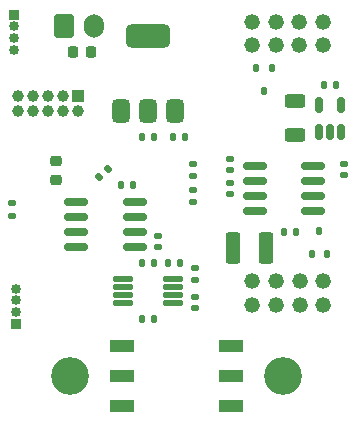
<source format=gbr>
%TF.GenerationSoftware,KiCad,Pcbnew,9.0.2*%
%TF.CreationDate,2025-07-07T17:27:58-04:00*%
%TF.ProjectId,Cain_V1.0,4361696e-5f56-4312-9e30-2e6b69636164,rev?*%
%TF.SameCoordinates,Original*%
%TF.FileFunction,Soldermask,Bot*%
%TF.FilePolarity,Negative*%
%FSLAX46Y46*%
G04 Gerber Fmt 4.6, Leading zero omitted, Abs format (unit mm)*
G04 Created by KiCad (PCBNEW 9.0.2) date 2025-07-07 17:27:58*
%MOMM*%
%LPD*%
G01*
G04 APERTURE LIST*
G04 Aperture macros list*
%AMRoundRect*
0 Rectangle with rounded corners*
0 $1 Rounding radius*
0 $2 $3 $4 $5 $6 $7 $8 $9 X,Y pos of 4 corners*
0 Add a 4 corners polygon primitive as box body*
4,1,4,$2,$3,$4,$5,$6,$7,$8,$9,$2,$3,0*
0 Add four circle primitives for the rounded corners*
1,1,$1+$1,$2,$3*
1,1,$1+$1,$4,$5*
1,1,$1+$1,$6,$7*
1,1,$1+$1,$8,$9*
0 Add four rect primitives between the rounded corners*
20,1,$1+$1,$2,$3,$4,$5,0*
20,1,$1+$1,$4,$5,$6,$7,0*
20,1,$1+$1,$6,$7,$8,$9,0*
20,1,$1+$1,$8,$9,$2,$3,0*%
G04 Aperture macros list end*
%ADD10C,3.200000*%
%ADD11C,1.320800*%
%ADD12R,1.000000X1.000000*%
%ADD13C,1.000000*%
%ADD14R,0.850000X0.850000*%
%ADD15C,0.850000*%
%ADD16RoundRect,0.250000X-0.600000X-0.750000X0.600000X-0.750000X0.600000X0.750000X-0.600000X0.750000X0*%
%ADD17O,1.700000X2.000000*%
%ADD18RoundRect,0.125000X-0.687500X-0.125000X0.687500X-0.125000X0.687500X0.125000X-0.687500X0.125000X0*%
%ADD19RoundRect,0.140000X-0.170000X0.140000X-0.170000X-0.140000X0.170000X-0.140000X0.170000X0.140000X0*%
%ADD20RoundRect,0.135000X-0.135000X-0.185000X0.135000X-0.185000X0.135000X0.185000X-0.135000X0.185000X0*%
%ADD21RoundRect,0.140000X0.170000X-0.140000X0.170000X0.140000X-0.170000X0.140000X-0.170000X-0.140000X0*%
%ADD22RoundRect,0.250000X0.625000X-0.312500X0.625000X0.312500X-0.625000X0.312500X-0.625000X-0.312500X0*%
%ADD23RoundRect,0.140000X0.140000X0.170000X-0.140000X0.170000X-0.140000X-0.170000X0.140000X-0.170000X0*%
%ADD24RoundRect,0.225000X-0.225000X-0.250000X0.225000X-0.250000X0.225000X0.250000X-0.225000X0.250000X0*%
%ADD25RoundRect,0.250000X-0.375000X-1.075000X0.375000X-1.075000X0.375000X1.075000X-0.375000X1.075000X0*%
%ADD26RoundRect,0.135000X0.135000X0.185000X-0.135000X0.185000X-0.135000X-0.185000X0.135000X-0.185000X0*%
%ADD27RoundRect,0.135000X-0.185000X0.135000X-0.185000X-0.135000X0.185000X-0.135000X0.185000X0.135000X0*%
%ADD28RoundRect,0.135000X0.185000X-0.135000X0.185000X0.135000X-0.185000X0.135000X-0.185000X-0.135000X0*%
%ADD29RoundRect,0.135000X0.035355X-0.226274X0.226274X-0.035355X-0.035355X0.226274X-0.226274X0.035355X0*%
%ADD30RoundRect,0.150000X-0.825000X-0.150000X0.825000X-0.150000X0.825000X0.150000X-0.825000X0.150000X0*%
%ADD31RoundRect,0.225000X0.250000X-0.225000X0.250000X0.225000X-0.250000X0.225000X-0.250000X-0.225000X0*%
%ADD32RoundRect,0.140000X-0.140000X-0.170000X0.140000X-0.170000X0.140000X0.170000X-0.140000X0.170000X0*%
%ADD33RoundRect,0.150000X0.150000X-0.512500X0.150000X0.512500X-0.150000X0.512500X-0.150000X-0.512500X0*%
%ADD34R,2.000000X1.000000*%
%ADD35RoundRect,0.112500X0.112500X0.237500X-0.112500X0.237500X-0.112500X-0.237500X0.112500X-0.237500X0*%
%ADD36RoundRect,0.375000X0.375000X-0.625000X0.375000X0.625000X-0.375000X0.625000X-0.375000X-0.625000X0*%
%ADD37RoundRect,0.500000X1.400000X-0.500000X1.400000X0.500000X-1.400000X0.500000X-1.400000X-0.500000X0*%
%ADD38RoundRect,0.112500X-0.112500X-0.237500X0.112500X-0.237500X0.112500X0.237500X-0.112500X0.237500X0*%
G04 APERTURE END LIST*
D10*
%TO.C,H1*%
X144000000Y-114000000D03*
%TD*%
%TO.C,H2*%
X162000000Y-114000000D03*
%TD*%
D11*
%TO.C,J3*%
X159422500Y-105950000D03*
X159422500Y-107950001D03*
X161422499Y-105950000D03*
X161422499Y-107950001D03*
X163422500Y-105950000D03*
X163422500Y-107950001D03*
X165422498Y-105950000D03*
X165422498Y-107950001D03*
%TD*%
D12*
%TO.C,J1*%
X144700000Y-90330000D03*
D13*
X144700000Y-91600000D03*
X143430000Y-90330000D03*
X143430000Y-91600000D03*
X142160000Y-90330000D03*
X142160000Y-91600000D03*
X140890000Y-90330000D03*
X140890000Y-91600000D03*
X139620000Y-90330000D03*
X139620000Y-91600000D03*
%TD*%
D11*
%TO.C,J4*%
X165400000Y-86000000D03*
X165400000Y-83999999D03*
X163400001Y-86000000D03*
X163400001Y-83999999D03*
X161400000Y-86000000D03*
X161400000Y-83999999D03*
X159400002Y-86000000D03*
X159400002Y-83999999D03*
%TD*%
D14*
%TO.C,J5*%
X139400000Y-109600000D03*
D15*
X139400000Y-108600000D03*
X139400000Y-107600000D03*
X139400000Y-106600000D03*
%TD*%
D14*
%TO.C,J6*%
X139200000Y-83400000D03*
D15*
X139200000Y-84400000D03*
X139200000Y-85400000D03*
X139200000Y-86400000D03*
%TD*%
D16*
%TO.C,J2*%
X143500000Y-84385000D03*
D17*
X146000000Y-84385000D03*
%TD*%
D18*
%TO.C,U4*%
X148487500Y-107775000D03*
X148487500Y-107125000D03*
X148487500Y-106475000D03*
X148487500Y-105825000D03*
X152712500Y-105825000D03*
X152712500Y-106475000D03*
X152712500Y-107125000D03*
X152712500Y-107775000D03*
%TD*%
D19*
%TO.C,C18*%
X154600000Y-107320000D03*
X154600000Y-108280000D03*
%TD*%
D20*
%TO.C,R5*%
X150090000Y-93800000D03*
X151110000Y-93800000D03*
%TD*%
D21*
%TO.C,C15*%
X167200000Y-96980000D03*
X167200000Y-96020000D03*
%TD*%
%TO.C,C13*%
X157500000Y-96580000D03*
X157500000Y-95620000D03*
%TD*%
D22*
%TO.C,R15*%
X163000000Y-93600000D03*
X163000000Y-90675000D03*
%TD*%
D23*
%TO.C,C20*%
X153280000Y-104400000D03*
X152320000Y-104400000D03*
%TD*%
D24*
%TO.C,C16*%
X144225000Y-86600000D03*
X145775000Y-86600000D03*
%TD*%
D25*
%TO.C,F1*%
X157800000Y-103200000D03*
X160600000Y-103200000D03*
%TD*%
D26*
%TO.C,R4*%
X153710000Y-93800000D03*
X152690000Y-93800000D03*
%TD*%
D27*
%TO.C,R17*%
X139100000Y-99390000D03*
X139100000Y-100410000D03*
%TD*%
D28*
%TO.C,R8*%
X154600000Y-105910000D03*
X154600000Y-104890000D03*
%TD*%
D29*
%TO.C,R1*%
X146439376Y-97160624D03*
X147160624Y-96439376D03*
%TD*%
D30*
%TO.C,U5*%
X144525000Y-103105000D03*
X144525000Y-101835000D03*
X144525000Y-100565000D03*
X144525000Y-99295000D03*
X149475000Y-99295000D03*
X149475000Y-100565000D03*
X149475000Y-101835000D03*
X149475000Y-103105000D03*
%TD*%
D31*
%TO.C,C1*%
X142800000Y-97375000D03*
X142800000Y-95825000D03*
%TD*%
D32*
%TO.C,C12*%
X148320000Y-97800000D03*
X149280000Y-97800000D03*
%TD*%
D19*
%TO.C,C14*%
X157500000Y-97620000D03*
X157500000Y-98580000D03*
%TD*%
D33*
%TO.C,U6*%
X166950000Y-93337500D03*
X166000000Y-93337500D03*
X165050000Y-93337500D03*
X165050000Y-91062500D03*
X166950000Y-91062500D03*
%TD*%
D34*
%TO.C,U3*%
X157590000Y-111460000D03*
X157590000Y-114000000D03*
X157590000Y-116540000D03*
X148410000Y-116540000D03*
X148410000Y-114000000D03*
X148410000Y-111460000D03*
%TD*%
D27*
%TO.C,R6*%
X154400000Y-96040000D03*
X154400000Y-97060000D03*
%TD*%
D35*
%TO.C,D5*%
X165750000Y-103700000D03*
X164450000Y-103700000D03*
X165100000Y-101700000D03*
%TD*%
D20*
%TO.C,R7*%
X150090000Y-109200000D03*
X151110000Y-109200000D03*
%TD*%
D30*
%TO.C,U2*%
X159625000Y-100005000D03*
X159625000Y-98735000D03*
X159625000Y-97465000D03*
X159625000Y-96195000D03*
X164575000Y-96195000D03*
X164575000Y-97465000D03*
X164575000Y-98735000D03*
X164575000Y-100005000D03*
%TD*%
D26*
%TO.C,R3*%
X163110000Y-101800000D03*
X162090000Y-101800000D03*
%TD*%
D23*
%TO.C,C19*%
X151080000Y-104400000D03*
X150120000Y-104400000D03*
%TD*%
%TO.C,C22*%
X166480000Y-89400000D03*
X165520000Y-89400000D03*
%TD*%
D36*
%TO.C,Q1*%
X152900000Y-91550000D03*
X150600000Y-91550000D03*
D37*
X150600000Y-85250000D03*
D36*
X148300000Y-91550000D03*
%TD*%
D21*
%TO.C,C21*%
X151400000Y-103080000D03*
X151400000Y-102120000D03*
%TD*%
D28*
%TO.C,R14*%
X154400000Y-99260000D03*
X154400000Y-98240000D03*
%TD*%
D38*
%TO.C,D1*%
X159750000Y-87900000D03*
X161050000Y-87900000D03*
X160400000Y-89900000D03*
%TD*%
M02*

</source>
